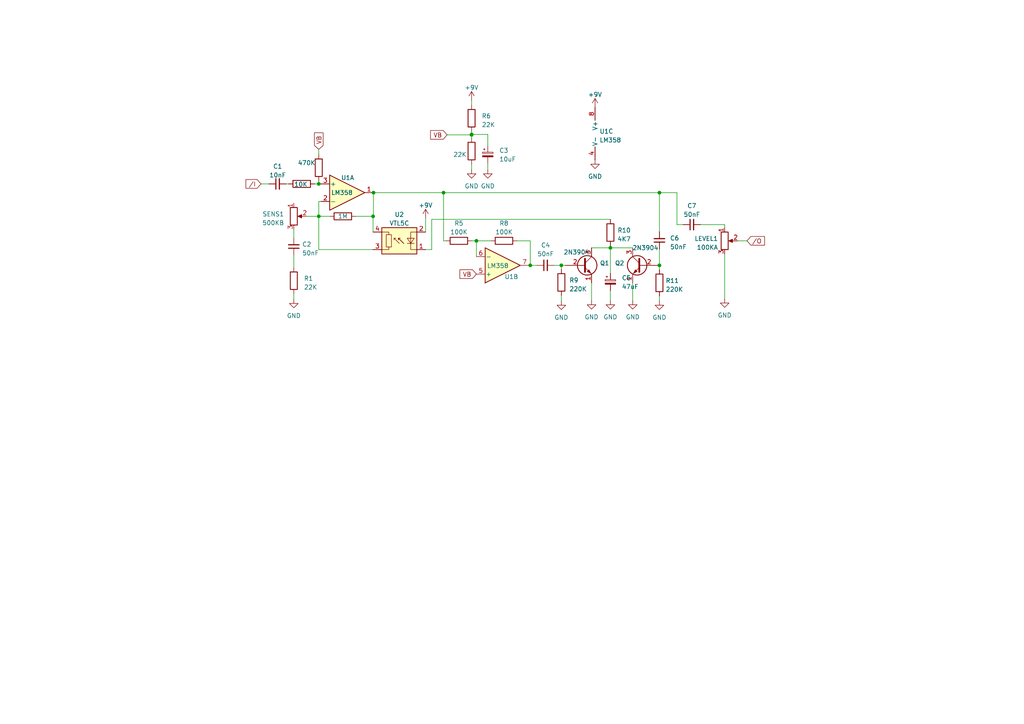
<source format=kicad_sch>
(kicad_sch (version 20230121) (generator eeschema)
  (paper "A4")
  (lib_symbols
    (symbol "Amplifier_Operational:LM358" (pin_names (offset 0.127))
      (property "Reference" "U" (at 0 5.08 0))
      (property "Value" "LM358" (at 0 -5.08 0))
      (symbol "LM358_1_1"
        (polyline (pts (xy -5.08 5.08) (xy 5.08 0) (xy -5.08 -5.08) (xy -5.08 5.08)) (stroke (width 0.254)) (fill (type background)))
        (pin output line (at 7.62 0 180) (length 2.54) (name "~") (number "1"))
        (pin input line (at -7.62 -2.54 0) (length 2.54) (name "-") (number "2"))
        (pin input line (at -7.62 2.54 0) (length 2.54) (name "+") (number "3"))
      )
      (symbol "LM358_2_1"
        (polyline (pts (xy -5.08 5.08) (xy 5.08 0) (xy -5.08 -5.08) (xy -5.08 5.08)) (stroke (width 0.254)) (fill (type background)))
        (pin input line (at -7.62 2.54 0) (length 2.54) (name "+") (number "5"))
        (pin input line (at -7.62 -2.54 0) (length 2.54) (name "-") (number "6"))
        (pin output line (at 7.62 0 180) (length 2.54) (name "~") (number "7"))
      )
      (symbol "LM358_3_1"
        (pin power_in line (at -2.54 -7.62 90) (length 3.81) (name "V-") (number "4"))
        (pin power_in line (at -2.54 7.62 270) (length 3.81) (name "V+") (number "8"))
      )
    )
    (symbol "Device:C_Polarized_Small" (pin_numbers hide) (pin_names (offset 0.254) hide)
      (property "Reference" "C" (at 0.254 1.778 0))
      (property "Value" "C_Polarized_Small" (at 0.254 -2.032 0))
      (symbol "C_Polarized_Small_0_1"
        (rectangle (start -1.524 -0.3048) (end 1.524 -0.6858) (fill (type outline)))
        (rectangle (start -1.524 0.6858) (end 1.524 0.3048))
        (polyline (pts (xy -1.27 1.524) (xy -0.762 1.524)))
        (polyline (pts (xy -1.016 1.27) (xy -1.016 1.778)))
      )
      (symbol "C_Polarized_Small_1_1"
        (pin passive line (at 0 2.54 270) (length 1.8542) (name "~") (number "1"))
        (pin passive line (at 0 -2.54 90) (length 1.8542) (name "~") (number "2"))
      )
    )
    (symbol "Device:C_Small" (pin_numbers hide) (pin_names (offset 0.254) hide)
      (property "Reference" "C" (at 0.254 1.778 0))
      (property "Value" "C_Small" (at 0.254 -2.032 0))
      (symbol "C_Small_0_1"
        (polyline (pts (xy -1.524 -0.508) (xy 1.524 -0.508)) (stroke (width 0.3302)))
        (polyline (pts (xy -1.524 0.508) (xy 1.524 0.508)) (stroke (width 0.3048)))
      )
      (symbol "C_Small_1_1"
        (pin passive line (at 0 2.54 270) (length 2.032) (name "~") (number "1"))
        (pin passive line (at 0 -2.54 90) (length 2.032) (name "~") (number "2"))
      )
    )
    (symbol "Device:R" (pin_numbers hide) (pin_names (offset 0))
      (property "Reference" "R" (at 2.032 0 90))
      (property "Value" "R" (at 0 0 90))
      (symbol "R_0_1"
        (rectangle (start -1.016 -2.54) (end 1.016 2.54) (stroke (width 0.254)))
      )
      (symbol "R_1_1"
        (pin passive line (at 0 3.81 270) (length 1.27) (name "~") (number "1"))
        (pin passive line (at 0 -3.81 90) (length 1.27) (name "~") (number "2"))
      )
    )
    (symbol "Device:R_Potentiometer" (pin_names (offset 1.016) hide)
      (property "Reference" "RV" (at -4.445 0 90))
      (property "Value" "R_Potentiometer" (at -2.54 0 90))
      (symbol "R_Potentiometer_0_1"
        (polyline (pts (xy 2.54 0) (xy 1.524 0)))
        (polyline (pts (xy 1.143 0) (xy 2.286 0.508) (xy 2.286 -0.508) (xy 1.143 0)) (fill (type outline)))
        (rectangle (start 1.016 2.54) (end -1.016 -2.54) (stroke (width 0.254)))
      )
      (symbol "R_Potentiometer_1_1"
        (pin passive line (at 0 3.81 270) (length 1.27) (name "1") (number "1"))
        (pin passive line (at 3.81 0 180) (length 1.27) (name "2") (number "2"))
        (pin passive line (at 0 -3.81 90) (length 1.27) (name "3") (number "3"))
      )
    )
    (symbol "Isolator:VTL5C" (pin_names (offset 1.016) hide)
      (property "Reference" "U" (at 0 5.08 0))
      (property "Value" "VTL5C" (at 0 -5.08 0))
      (symbol "VTL5C_0_1"
        (rectangle (start -5.08 3.81) (end 5.08 -3.81) (stroke (width 0.254)) (fill (type background)))
        (polyline (pts (xy -4.318 0.762) (xy -2.286 0.762)))
        (polyline (pts (xy -1.27 0.762) (xy 0.254 -0.762)))
        (polyline (pts (xy -1.27 0.762) (xy 0.254 -0.762)))
        (polyline (pts (xy 0 0.762) (xy 1.524 -0.762)))
        (polyline (pts (xy 0.254 -0.254) (xy 0.254 -0.762) (xy -0.254 -0.762)))
        (polyline (pts (xy 0.254 -0.254) (xy 0.254 -0.762) (xy -0.254 -0.762)))
        (polyline (pts (xy 1.524 -0.254) (xy 1.524 -0.762) (xy 1.016 -0.762)))
        (polyline (pts (xy 3.048 -1.778) (xy 3.048 -2.54) (xy 5.08 -2.54)))
        (polyline (pts (xy 3.048 1.778) (xy 3.048 2.54) (xy 5.08 2.54)))
        (polyline (pts (xy -5.08 -2.54) (xy -3.302 -2.54) (xy -3.302 2.54) (xy -5.08 2.54)))
        (rectangle (start 2.286 1.778) (end 3.81 -1.778))
      )
      (symbol "VTL5C_1_1"
        (polyline (pts (xy -4.318 -0.762) (xy -3.302 0.762) (xy -2.286 -0.762) (xy -4.318 -0.762)))
        (pin passive line (at -7.62 2.54 0) (length 2.54) (name "-") (number "1"))
        (pin passive line (at -7.62 -2.54 0) (length 2.54) (name "+") (number "2"))
        (pin passive line (at 7.62 2.54 180) (length 2.54) (name "~") (number "3"))
        (pin passive line (at 7.62 -2.54 180) (length 2.54) (name "~") (number "4"))
      )
    )
    (symbol "Transistor_BJT:2N3904" (pin_names (offset 0) hide)
      (property "Reference" "Q" (at 5.08 1.905 0))
      (property "Value" "2N3904" (at 5.08 0 0))
      (symbol "2N3904_0_1"
        (polyline (pts (xy 0.635 0.635) (xy 2.54 2.54)))
        (polyline (pts (xy 0.635 -0.635) (xy 2.54 -2.54) (xy 2.54 -2.54)))
        (polyline (pts (xy 0.635 1.905) (xy 0.635 -1.905) (xy 0.635 -1.905)) (stroke (width 0.508)))
        (polyline (pts (xy 1.27 -1.778) (xy 1.778 -1.27) (xy 2.286 -2.286) (xy 1.27 -1.778) (xy 1.27 -1.778)) (fill (type outline)))
        (circle (center 1.27 0) (radius 2.8194) (stroke (width 0.254)))
      )
      (symbol "2N3904_1_1"
        (pin passive line (at 2.54 -5.08 90) (length 2.54) (name "E") (number "1"))
        (pin passive line (at -5.08 0 0) (length 5.715) (name "B") (number "2"))
        (pin passive line (at 2.54 5.08 270) (length 2.54) (name "C") (number "3"))
      )
    )
    (symbol "power:+9V" (power) (pin_names (offset 0))
      (property "Value" "+9V" (at 0 3.556 0))
      (symbol "+9V_0_1"
        (polyline (pts (xy -0.762 1.27) (xy 0 2.54)))
        (polyline (pts (xy 0 0) (xy 0 2.54)))
        (polyline (pts (xy 0 2.54) (xy 0.762 1.27)))
      )
      (symbol "+9V_1_1"
        (pin power_in line (at 0 0 90) (length 0) hide (name "+9V") (number "1"))
      )
    )
    (symbol "power:GND" (power) (pin_names (offset 0))
      (property "Value" "GND" (at 0 -3.81 0))
      (symbol "GND_0_1"
        (polyline (pts (xy 0 0) (xy 0 -1.27) (xy 1.27 -1.27) (xy 0 -2.54) (xy -1.27 -1.27) (xy 0 -1.27)))
      )
      (symbol "GND_1_1"
        (pin power_in line (at 0 0 270) (length 0) hide (name "GND") (number "1"))
      )
    )
  )
  (junction (at 162.814 76.962))
  (junction (at 92.456 53.34))
  (junction (at 191.262 55.88))
  (junction (at 153.797 76.962))
  (junction (at 108.204 62.738))
  (junction (at 177.038 71.882))
  (junction (at 108.331 55.88))
  (junction (at 191.262 76.962))
  (junction (at 136.779 39.116))
  (junction (at 128.651 55.88))
  (junction (at 138.176 69.85))
  (junction (at 92.456 62.738))
  (junction (at 136.779 38.989))
  (wire (pts (xy 136.779 38.1) (xy 136.779 38.989)))
  (wire (pts (xy 125.222 63.627) (xy 125.222 72.39)))
  (wire (pts (xy 91.313 53.34) (xy 92.456 53.34)))
  (wire (pts (xy 153.797 69.85) (xy 153.797 76.962)))
  (wire (pts (xy 108.204 62.738) (xy 108.331 62.738)))
  (wire (pts (xy 92.456 53.34) (xy 93.091 53.34)))
  (wire (pts (xy 93.091 58.42) (xy 92.456 58.42)))
  (wire (pts (xy 129.667 39.116) (xy 136.779 39.116)))
  (wire (pts (xy 125.222 72.39) (xy 123.444 72.39)))
  (wire (pts (xy 162.814 85.725) (xy 162.814 87.249)))
  (wire (pts (xy 153.797 76.962) (xy 155.702 76.962)))
  (wire (pts (xy 92.456 62.738) (xy 95.631 62.738)))
  (wire (pts (xy 141.478 47.371) (xy 141.478 49.149)))
  (wire (pts (xy 196.342 65.151) (xy 196.342 55.88)))
  (wire (pts (xy 177.038 71.882) (xy 177.038 79.248)))
  (wire (pts (xy 177.038 71.247) (xy 177.038 71.882)))
  (wire (pts (xy 162.814 76.962) (xy 162.814 78.105)))
  (wire (pts (xy 136.779 38.989) (xy 136.779 39.116)))
  (wire (pts (xy 123.444 63.246) (xy 123.444 67.31)))
  (wire (pts (xy 92.456 72.39) (xy 92.456 62.738)))
  (wire (pts (xy 149.987 69.85) (xy 153.797 69.85)))
  (wire (pts (xy 177.038 71.882) (xy 183.515 71.882)))
  (wire (pts (xy 136.779 47.625) (xy 136.779 49.149)))
  (wire (pts (xy 191.135 76.962) (xy 191.262 76.962)))
  (wire (pts (xy 85.217 85.217) (xy 85.217 86.741)))
  (wire (pts (xy 171.577 71.882) (xy 177.038 71.882)))
  (wire (pts (xy 92.456 43.307) (xy 92.456 44.831)))
  (wire (pts (xy 136.779 39.116) (xy 136.779 40.005)))
  (wire (pts (xy 92.456 58.42) (xy 92.456 62.738)))
  (wire (pts (xy 141.478 38.989) (xy 136.779 38.989)))
  (wire (pts (xy 153.416 76.962) (xy 153.797 76.962)))
  (wire (pts (xy 191.262 76.962) (xy 191.262 78.232)))
  (wire (pts (xy 103.251 62.738) (xy 108.204 62.738)))
  (wire (pts (xy 85.217 66.548) (xy 85.217 68.961)))
  (wire (pts (xy 191.262 72.263) (xy 191.262 76.962)))
  (wire (pts (xy 141.478 42.291) (xy 141.478 38.989)))
  (wire (pts (xy 171.577 82.042) (xy 171.577 87.122)))
  (wire (pts (xy 83.058 53.34) (xy 83.693 53.34)))
  (wire (pts (xy 138.176 69.85) (xy 142.367 69.85)))
  (wire (pts (xy 108.204 72.39) (xy 92.456 72.39)))
  (wire (pts (xy 108.331 55.88) (xy 128.651 55.88)))
  (wire (pts (xy 162.814 76.962) (xy 163.957 76.962)))
  (wire (pts (xy 136.779 29.083) (xy 136.779 30.48)))
  (wire (pts (xy 210.185 73.66) (xy 210.185 86.614)))
  (wire (pts (xy 89.027 62.738) (xy 92.456 62.738)))
  (wire (pts (xy 129.286 69.85) (xy 128.651 69.85)))
  (wire (pts (xy 196.342 55.88) (xy 191.262 55.88)))
  (wire (pts (xy 183.515 82.042) (xy 183.515 87.122)))
  (wire (pts (xy 138.176 69.85) (xy 138.176 74.422)))
  (wire (pts (xy 177.038 84.328) (xy 177.038 87.122)))
  (wire (pts (xy 210.185 65.151) (xy 203.2 65.151)))
  (wire (pts (xy 191.262 55.88) (xy 191.262 67.183)))
  (wire (pts (xy 92.456 52.451) (xy 92.456 53.34)))
  (wire (pts (xy 213.995 69.85) (xy 216.662 69.85)))
  (wire (pts (xy 160.782 76.962) (xy 162.814 76.962)))
  (wire (pts (xy 191.262 55.88) (xy 128.651 55.88)))
  (wire (pts (xy 136.906 69.85) (xy 138.176 69.85)))
  (wire (pts (xy 196.342 65.151) (xy 198.12 65.151)))
  (wire (pts (xy 177.038 63.627) (xy 125.222 63.627)))
  (wire (pts (xy 85.217 74.041) (xy 85.217 77.597)))
  (wire (pts (xy 210.185 66.04) (xy 210.185 65.151)))
  (wire (pts (xy 75.692 53.34) (xy 77.978 53.34)))
  (wire (pts (xy 128.651 55.88) (xy 128.651 69.85)))
  (wire (pts (xy 108.331 62.738) (xy 108.331 55.88)))
  (wire (pts (xy 191.262 87.249) (xy 191.262 85.852)))
  (wire (pts (xy 108.204 62.738) (xy 108.204 67.31)))
  (global_label "{slash}O" (shape input) (at 216.662 69.85 0) (property "Intersheetrefs" "${INTERSHEET_REFS}" (effects hide)))
  (global_label "VB" (shape input) (at 129.667 39.116 180) (property "Intersheetrefs" "${INTERSHEET_REFS}" (effects hide)))
  (global_label "VB" (shape input) (at 92.456 43.307 90) (property "Intersheetrefs" "${INTERSHEET_REFS}" (effects hide)))
  (global_label "VB" (shape input) (at 138.176 79.502 180) (property "Intersheetrefs" "${INTERSHEET_REFS}" (effects hide)))
  (global_label "{slash}I" (shape input) (at 75.692 53.34 180) (property "Intersheetrefs" "${INTERSHEET_REFS}" (effects hide)))
  (symbol (lib_id "Device:R") (at 162.814 81.915 0) (unit 1)
    (property "Reference" "R9" (at 165.1 81.28 0) (effects (justify left)))
    (property "Value" "220K" (at 165.1 83.82 0) (effects (justify left)))
    (property "Footprint" "Resistor_THT:R_Axial_DIN0207_L6.3mm_D2.5mm_P7.62mm_Horizontal" (effects hide))
  )
  (symbol (lib_id "Device:R") (at 136.779 34.29 0) (unit 1)
    (property "Reference" "R6" (at 139.7 33.655 0) (effects (justify left)))
    (property "Value" "22K" (at 139.7 36.195 0) (effects (justify left)))
    (property "Footprint" "Resistor_THT:R_Axial_DIN0207_L6.3mm_D2.5mm_P7.62mm_Horizontal" (effects hide))
  )
  (symbol (lib_id "Device:R") (at 87.503 53.34 90) (unit 1)
    (property "Reference" "R2" (effects hide))
    (property "Value" "10K" (at 87.249 53.467 90))
    (property "Footprint" "Resistor_THT:R_Axial_DIN0207_L6.3mm_D2.5mm_P7.62mm_Horizontal" (effects hide))
  )
  (symbol (lib_id "Transistor_BJT:2N3904") (at 169.037 76.962 0) (unit 1)
    (property "Reference" "Q1" (at 173.99 76.327 0) (effects (justify left)))
    (property "Value" "2N3904" (at 163.449 73.152 0) (effects (justify left)))
    (property "Footprint" "Package_TO_SOT_THT:TO-92_Inline" (effects hide))
    (property "Datasheet" "https://www.onsemi.com/pub/Collateral/2N3903-D.PDF" (effects hide))
  )
  (symbol (lib_id "power:GND") (at 85.217 86.741 0) (unit 1)
    (property "Reference" "#PWR01" (effects hide))
    (property "Value" "GND" (at 85.217 91.567 0))
  )
  (symbol (lib_id "Device:R_Potentiometer") (at 210.185 69.85 0) (unit 1)
    (property "Reference" "LEVEL1" (at 208.28 69.215 0) (effects (justify right)))
    (property "Value" "100KA" (at 208.28 71.755 0) (effects (justify right)))
    (property "Footprint" "Pedal-Components:Potentiometer_ALPHA_RV16106N" (effects hide))
  )
  (symbol (lib_id "power:GND") (at 162.814 87.249 0) (unit 1)
    (property "Reference" "#PWR06" (effects hide))
    (property "Value" "GND" (at 162.814 92.075 0))
  )
  (symbol (lib_id "power:GND") (at 171.577 87.122 0) (unit 1)
    (property "Reference" "#PWR07" (effects hide))
    (property "Value" "GND" (at 171.577 91.948 0))
  )
  (symbol (lib_id "Device:R") (at 146.177 69.85 90) (unit 1)
    (property "Reference" "R8" (at 146.177 64.77 90))
    (property "Value" "100K" (at 146.177 67.31 90))
    (property "Footprint" "Resistor_THT:R_Axial_DIN0207_L6.3mm_D2.5mm_P7.62mm_Horizontal" (effects hide))
  )
  (symbol (lib_id "Device:R") (at 177.038 67.437 0) (unit 1)
    (property "Reference" "R10" (at 179.07 66.802 0) (effects (justify left)))
    (property "Value" "4K7" (at 179.07 69.342 0) (effects (justify left)))
    (property "Footprint" "Resistor_THT:R_Axial_DIN0207_L6.3mm_D2.5mm_P7.62mm_Horizontal" (effects hide))
  )
  (symbol (lib_id "power:+9V") (at 123.444 63.246 0) (unit 1)
    (property "Reference" "#PWR02" (effects hide))
    (property "Value" "+9V" (at 123.444 59.563 0))
  )
  (symbol (lib_id "Amplifier_Operational:LM358") (at 170.053 38.735 0) (mirror y) (unit 3)
    (property "Reference" "U1" (at 173.863 38.1 0) (effects (justify right)))
    (property "Value" "LM358" (at 173.863 40.64 0) (effects (justify right)))
    (property "Footprint" "Package_DIP:DIP-8_W7.62mm_Socket" (effects hide))
    (property "Datasheet" "http://www.ti.com/lit/ds/symlink/lm2904-n.pdf" (effects hide))
  )
  (symbol (lib_id "Device:R") (at 136.779 43.815 0) (unit 1)
    (property "Reference" "R7" (effects hide))
    (property "Value" "22K" (at 131.445 44.831 0) (effects (justify left)))
    (property "Footprint" "Resistor_THT:R_Axial_DIN0207_L6.3mm_D2.5mm_P7.62mm_Horizontal" (effects hide))
  )
  (symbol (lib_id "Isolator:VTL5C") (at 115.824 69.85 180) (unit 1)
    (property "Reference" "U2" (at 115.824 62.23 0))
    (property "Value" "VTL5C" (at 115.824 64.77 0))
    (property "Footprint" "OptoDevice:PerkinElmer_VTL5C" (effects hide))
    (property "Datasheet" "http://www.qsl.net/wa1ion/vactrol/vactrol.pdf" (effects hide))
  )
  (symbol (lib_id "Device:C_Small") (at 200.66 65.151 90) (unit 1)
    (property "Reference" "C7" (at 200.6663 59.69 90))
    (property "Value" "50nF" (at 200.6663 62.23 90))
    (property "Footprint" "Capacitor_THT:C_Rect_L7.0mm_W3.5mm_P5.00mm" (effects hide))
  )
  (symbol (lib_id "Device:R") (at 92.456 48.641 0) (unit 1)
    (property "Reference" "R3" (effects hide))
    (property "Value" "470K" (at 86.36 47.244 0) (effects (justify left)))
    (property "Footprint" "Resistor_THT:R_Axial_DIN0207_L6.3mm_D2.5mm_P7.62mm_Horizontal" (effects hide))
  )
  (symbol (lib_id "power:GND") (at 136.779 49.149 0) (unit 1)
    (property "Reference" "#PWR04" (effects hide))
    (property "Value" "GND" (at 136.779 53.975 0))
  )
  (symbol (lib_id "power:GND") (at 210.185 86.614 0) (unit 1)
    (property "Reference" "#PWR013" (effects hide))
    (property "Value" "GND" (at 210.185 91.44 0))
  )
  (symbol (lib_id "Device:C_Small") (at 191.262 69.723 180) (unit 1)
    (property "Reference" "C6" (at 194.31 69.0816 0) (effects (justify right)))
    (property "Value" "50nF" (at 194.31 71.6216 0) (effects (justify right)))
    (property "Footprint" "Capacitor_THT:C_Rect_L7.0mm_W3.5mm_P5.00mm" (effects hide))
  )
  (symbol (lib_id "power:GND") (at 177.038 87.122 0) (unit 1)
    (property "Reference" "#PWR010" (effects hide))
    (property "Value" "GND" (at 177.038 91.948 0))
  )
  (symbol (lib_id "Device:R") (at 191.262 82.042 0) (unit 1)
    (property "Reference" "R11" (at 193.04 81.407 0) (effects (justify left)))
    (property "Value" "220K" (at 193.04 83.947 0) (effects (justify left)))
    (property "Footprint" "Resistor_THT:R_Axial_DIN0207_L6.3mm_D2.5mm_P7.62mm_Horizontal" (effects hide))
  )
  (symbol (lib_id "Device:C_Small") (at 158.242 76.962 90) (unit 1)
    (property "Reference" "C4" (at 158.2483 71.12 90))
    (property "Value" "50nF" (at 158.2483 73.66 90))
    (property "Footprint" "Capacitor_THT:C_Rect_L7.0mm_W3.5mm_P5.00mm" (effects hide))
  )
  (symbol (lib_id "Amplifier_Operational:LM358") (at 145.796 76.962 0) (mirror x) (unit 2)
    (property "Reference" "U1" (at 148.336 80.264 0))
    (property "Value" "LM358" (at 144.399 77.089 0))
    (property "Footprint" "Package_DIP:DIP-8_W7.62mm_Socket" (effects hide))
    (property "Datasheet" "http://www.ti.com/lit/ds/symlink/lm2904-n.pdf" (effects hide))
  )
  (symbol (lib_id "Device:R_Potentiometer") (at 85.217 62.738 0) (unit 1)
    (property "Reference" "SENS1" (at 82.423 62.103 0) (effects (justify right)))
    (property "Value" "500KB" (at 82.423 64.643 0) (effects (justify right)))
    (property "Footprint" "Pedal-Components:Potentiometer_ALPHA_RV16106N" (effects hide))
  )
  (symbol (lib_id "Device:C_Small") (at 85.217 71.501 180) (unit 1)
    (property "Reference" "C2" (at 87.63 70.8596 0) (effects (justify right)))
    (property "Value" "50nF" (at 87.63 73.3996 0) (effects (justify right)))
    (property "Footprint" "Capacitor_THT:C_Rect_L7.0mm_W3.5mm_P5.00mm" (effects hide))
  )
  (symbol (lib_id "power:GND") (at 191.262 87.249 0) (unit 1)
    (property "Reference" "#PWR012" (effects hide))
    (property "Value" "GND" (at 191.262 92.075 0))
  )
  (symbol (lib_id "Device:R") (at 133.096 69.85 90) (unit 1)
    (property "Reference" "R5" (at 133.096 64.77 90))
    (property "Value" "100K" (at 133.096 67.31 90))
    (property "Footprint" "Resistor_THT:R_Axial_DIN0207_L6.3mm_D2.5mm_P7.62mm_Horizontal" (effects hide))
  )
  (symbol (lib_id "Transistor_BJT:2N3904") (at 186.055 76.962 0) (mirror y) (unit 1)
    (property "Reference" "Q2" (at 181.102 76.327 0) (effects (justify left)))
    (property "Value" "2N3904" (at 191.008 71.882 0) (effects (justify left)))
    (property "Footprint" "Package_TO_SOT_THT:TO-92_Inline" (effects hide))
    (property "Datasheet" "https://www.onsemi.com/pub/Collateral/2N3903-D.PDF" (effects hide))
  )
  (symbol (lib_id "power:+9V") (at 136.779 29.083 0) (unit 1)
    (property "Reference" "#PWR03" (effects hide))
    (property "Value" "+9V" (at 136.779 25.4 0))
  )
  (symbol (lib_id "power:GND") (at 183.515 87.122 0) (unit 1)
    (property "Reference" "#PWR011" (effects hide))
    (property "Value" "GND" (at 183.515 91.948 0))
  )
  (symbol (lib_id "Device:R") (at 85.217 81.407 0) (unit 1)
    (property "Reference" "R1" (at 88.138 80.772 0) (effects (justify left)))
    (property "Value" "22K" (at 88.138 83.312 0) (effects (justify left)))
    (property "Footprint" "Resistor_THT:R_Axial_DIN0207_L6.3mm_D2.5mm_P7.62mm_Horizontal" (effects hide))
  )
  (symbol (lib_id "power:GND") (at 141.478 49.149 0) (unit 1)
    (property "Reference" "#PWR05" (effects hide))
    (property "Value" "GND" (at 141.478 53.975 0))
  )
  (symbol (lib_id "power:GND") (at 172.593 46.355 0) (unit 1)
    (property "Reference" "#PWR09" (effects hide))
    (property "Value" "GND" (at 172.593 51.181 0))
  )
  (symbol (lib_id "Device:R") (at 99.441 62.738 90) (unit 1)
    (property "Reference" "R4" (effects hide))
    (property "Value" "1M" (at 99.441 62.738 90))
    (property "Footprint" "Resistor_THT:R_Axial_DIN0207_L6.3mm_D2.5mm_P7.62mm_Horizontal" (effects hide))
  )
  (symbol (lib_id "Device:C_Polarized_Small") (at 141.478 44.831 0) (unit 1)
    (property "Reference" "C3" (at 144.78 43.6499 0) (effects (justify left)))
    (property "Value" "10uF" (at 144.78 46.1899 0) (effects (justify left)))
    (property "Footprint" "Capacitor_THT:CP_Radial_D8.0mm_P2.50mm" (effects hide))
  )
  (symbol (lib_id "Device:C_Small") (at 80.518 53.34 90) (unit 1)
    (property "Reference" "C1" (at 80.5243 48.26 90))
    (property "Value" "10nF" (at 80.5243 50.8 90))
    (property "Footprint" "Capacitor_THT:C_Rect_L7.0mm_W3.5mm_P5.00mm" (effects hide))
  )
  (symbol (lib_id "power:+9V") (at 172.593 31.115 0) (unit 1)
    (property "Reference" "#PWR08" (effects hide))
    (property "Value" "+9V" (at 172.593 27.432 0))
  )
  (symbol (lib_id "Amplifier_Operational:LM358") (at 100.711 55.88 0) (unit 1)
    (property "Reference" "U1" (at 100.838 51.562 0))
    (property "Value" "LM358" (at 99.187 55.88 0))
    (property "Footprint" "Package_DIP:DIP-8_W7.62mm_Socket" (effects hide))
    (property "Datasheet" "http://www.ti.com/lit/ds/symlink/lm2904-n.pdf" (effects hide))
  )
  (symbol (lib_id "Device:C_Polarized_Small") (at 177.038 81.788 0) (unit 1)
    (property "Reference" "C5" (at 180.34 80.6069 0) (effects (justify left)))
    (property "Value" "47uF" (at 180.34 83.1469 0) (effects (justify left)))
    (property "Footprint" "Capacitor_THT:CP_Radial_D8.0mm_P2.50mm" (effects hide))
  )
)
</source>
